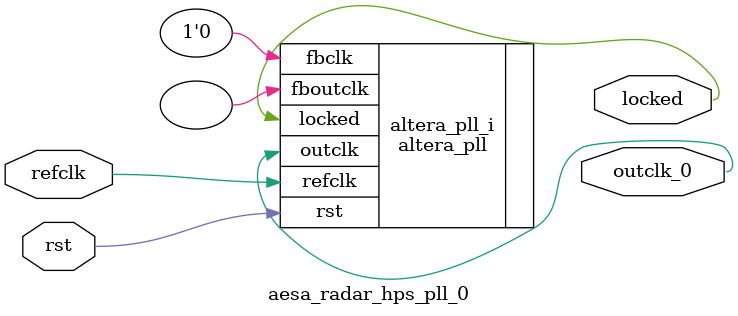
<source format=v>
`timescale 1ns/10ps
module  aesa_radar_hps_pll_0(

	// interface 'refclk'
	input wire refclk,

	// interface 'reset'
	input wire rst,

	// interface 'outclk0'
	output wire outclk_0,

	// interface 'locked'
	output wire locked
);

	altera_pll #(
		.fractional_vco_multiplier("false"),
		.reference_clock_frequency("50.0 MHz"),
		.operation_mode("direct"),
		.number_of_clocks(1),
		.output_clock_frequency0("20.000000 MHz"),
		.phase_shift0("0 ps"),
		.duty_cycle0(50),
		.output_clock_frequency1("0 MHz"),
		.phase_shift1("0 ps"),
		.duty_cycle1(50),
		.output_clock_frequency2("0 MHz"),
		.phase_shift2("0 ps"),
		.duty_cycle2(50),
		.output_clock_frequency3("0 MHz"),
		.phase_shift3("0 ps"),
		.duty_cycle3(50),
		.output_clock_frequency4("0 MHz"),
		.phase_shift4("0 ps"),
		.duty_cycle4(50),
		.output_clock_frequency5("0 MHz"),
		.phase_shift5("0 ps"),
		.duty_cycle5(50),
		.output_clock_frequency6("0 MHz"),
		.phase_shift6("0 ps"),
		.duty_cycle6(50),
		.output_clock_frequency7("0 MHz"),
		.phase_shift7("0 ps"),
		.duty_cycle7(50),
		.output_clock_frequency8("0 MHz"),
		.phase_shift8("0 ps"),
		.duty_cycle8(50),
		.output_clock_frequency9("0 MHz"),
		.phase_shift9("0 ps"),
		.duty_cycle9(50),
		.output_clock_frequency10("0 MHz"),
		.phase_shift10("0 ps"),
		.duty_cycle10(50),
		.output_clock_frequency11("0 MHz"),
		.phase_shift11("0 ps"),
		.duty_cycle11(50),
		.output_clock_frequency12("0 MHz"),
		.phase_shift12("0 ps"),
		.duty_cycle12(50),
		.output_clock_frequency13("0 MHz"),
		.phase_shift13("0 ps"),
		.duty_cycle13(50),
		.output_clock_frequency14("0 MHz"),
		.phase_shift14("0 ps"),
		.duty_cycle14(50),
		.output_clock_frequency15("0 MHz"),
		.phase_shift15("0 ps"),
		.duty_cycle15(50),
		.output_clock_frequency16("0 MHz"),
		.phase_shift16("0 ps"),
		.duty_cycle16(50),
		.output_clock_frequency17("0 MHz"),
		.phase_shift17("0 ps"),
		.duty_cycle17(50),
		.pll_type("General"),
		.pll_subtype("General")
	) altera_pll_i (
		.rst	(rst),
		.outclk	({outclk_0}),
		.locked	(locked),
		.fboutclk	( ),
		.fbclk	(1'b0),
		.refclk	(refclk)
	);
endmodule


</source>
